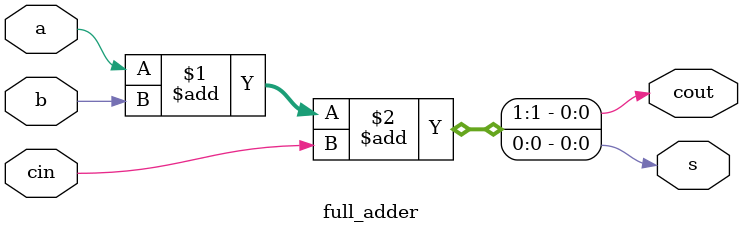
<source format=sv>
module top_module (
    input [3:0] x,
    input [3:0] y,
    output [4:0] sum
);
    wire [3:0] carry;
    
    // Instantiate 4 full adders
    full_adder FA0 (.a(x[0]), .b(y[0]), .cin(1'b0),     .s(sum[0]), .cout(carry[0]));
    full_adder FA1 (.a(x[1]), .b(y[1]), .cin(carry[0]), .s(sum[1]), .cout(carry[1]));
    full_adder FA2 (.a(x[2]), .b(y[2]), .cin(carry[1]), .s(sum[2]), .cout(carry[2]));
    full_adder FA3 (.a(x[3]), .b(y[3]), .cin(carry[2]), .s(sum[3]), .cout(carry[3]));
    
    // Sum[4] serves as the overflow bit
    assign sum[4] = carry[3];

endmodule
module full_adder (
    input a,
    input b,
    input cin,
    output s,
    output cout
);
    assign {cout, s} = a + b + cin;
endmodule

</source>
